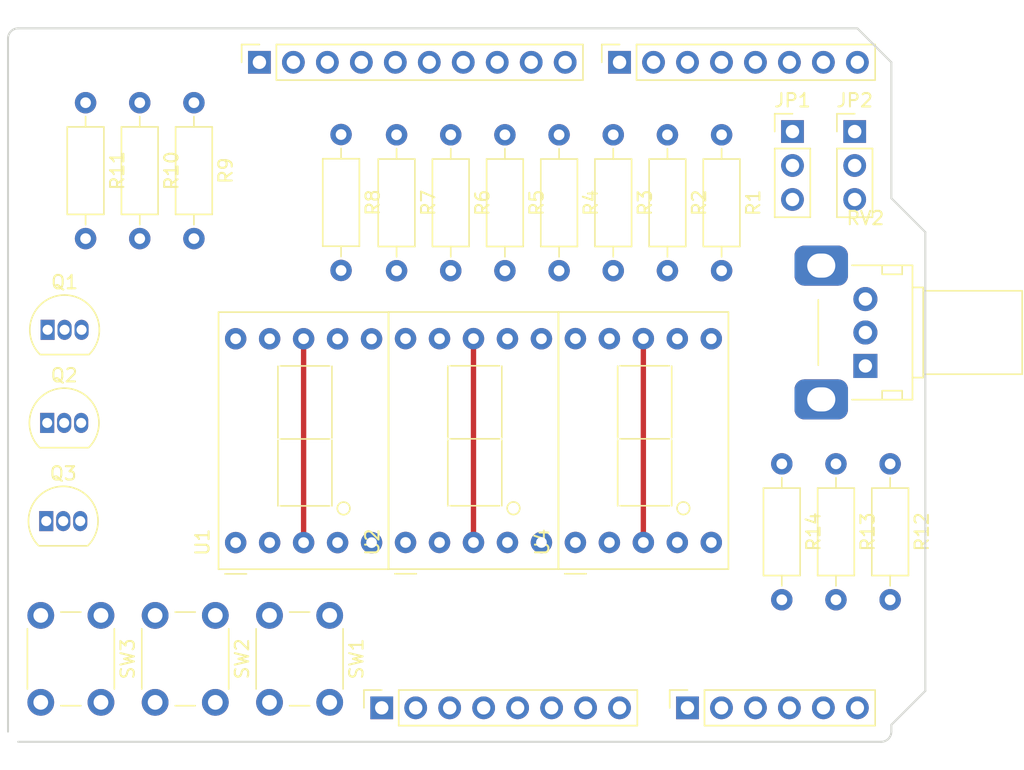
<source format=kicad_pcb>
(kicad_pcb (version 20240108) (generator "pcbnew") (generator_version "8.0")
  (title_block (date "mar. 31 mars 2015"))
  (layers (0 "F.Cu" signal) (31 "B.Cu" signal) (34 "B.Paste" user) (35 "F.Paste" user) (36 "B.SilkS" user "B.Silkscreen") (37 "F.SilkS" user "F.Silkscreen") (38 "B.Mask" user) (39 "F.Mask" user) (44 "Edge.Cuts" user))
  (net 0 "")
  (net 1 "GND")
  (net 3 "+5V")
  (net 4 "/IOREF")
  (net 5 "/A0")
  (net 6 "/A1")
  (net 7 "/A2")
  (net 8 "/A3")
  (net 9 "/SDA{slash}A4")
  (net 10 "/SCL{slash}A5")
  (net 11 "/13")
  (net 12 "/*11")
  (net 13 "/AREF")
  (net 14 "/8")
  (net 15 "/7")
  (net 16 "/12")
  (net 17 "/*10")
  (net 18 "/*9")
  (net 19 "/4")
  (net 20 "/2")
  (net 21 "/*6")
  (net 22 "/*5")
  (net 23 "Net-(J4-Pin_8)")
  (net 24 "/*3")
  (net 25 "/RX{slash}0")
  (net 26 "+3V3")
  (net 27 "VCC")
  (net 28 "/~{RESET}")
  (net 29 "Net-(JP1-C)")
  (net 30 "Net-(JP2-C)")
  (net 31 "Net-(Q1-B)")
  (net 32 "Net-(Q1-C)")
  (net 33 "Net-(Q2-C)")
  (net 34 "Net-(Q2-B)")
  (net 35 "Net-(Q3-C)")
  (net 36 "Net-(Q3-B)")
  (net 37 "/R1")
  (net 38 "/R2")
  (net 39 "/R3")
  (net 40 "/R4")
  (net 41 "/R5")
  (net 42 "/R6")
  (net 43 "/R7")
  (net 44 "/R8")
  (footprint "Connector_PinSocket_2.54mm:PinSocket_1x08_P2.54mm_Vertical" (layer "F.Cu") (at 127.94 97.46 90)
    (property "Reference" "J1" (hide yes))
    (property "Value" "Power")
    (fp_line (start 1.33 -1.33) (end 1.33 0) (stroke (width 0.12)) (layer "F.SilkS"))
    (fp_line (start 0 -1.33) (end 1.33 -1.33) (stroke (width 0.12)) (layer "F.SilkS"))
    (fp_line (start 1.33 1.27) (end 1.33 19.11) (stroke (width 0.12)) (layer "F.SilkS"))
    (fp_line (start -1.33 1.27) (end 1.33 1.27) (stroke (width 0.12)) (layer "F.SilkS"))
    (fp_line (start -1.33 1.27) (end -1.33 19.11) (stroke (width 0.12)) (layer "F.SilkS"))
    (fp_line (start -1.33 19.11) (end 1.33 19.11) (stroke (width 0.12)) (layer "F.SilkS"))
    (pad "1" thru_hole rect (at 0 0 90) (size 1.7 1.7) (drill 1) (layers "*.Cu" "*.Mask"))
    (pad "2" thru_hole oval (at 0 2.54 90) (size 1.7 1.7) (drill 1) (layers "*.Cu" "*.Mask") (net 4 "/IOREF"))
    (pad "3" thru_hole oval (at 0 5.08 90) (size 1.7 1.7) (drill 1) (layers "*.Cu" "*.Mask") (net 28 "/~{RESET}"))
    (pad "4" thru_hole oval (at 0 7.62 90) (size 1.7 1.7) (drill 1) (layers "*.Cu" "*.Mask") (net 26 "+3V3"))
    (pad "5" thru_hole oval (at 0 10.16 90) (size 1.7 1.7) (drill 1) (layers "*.Cu" "*.Mask") (net 3 "+5V"))
    (pad "6" thru_hole oval (at 0 12.7 90) (size 1.7 1.7) (drill 1) (layers "*.Cu" "*.Mask") (net 1 "GND"))
    (pad "7" thru_hole oval (at 0 15.24 90) (size 1.7 1.7) (drill 1) (layers "*.Cu" "*.Mask") (net 1 "GND"))
    (pad "8" thru_hole oval (at 0 17.78 90) (size 1.7 1.7) (drill 1) (layers "*.Cu" "*.Mask") (net 27 "VCC"))
  )
  (footprint "Connector_PinSocket_2.54mm:PinSocket_1x06_P2.54mm_Vertical" (layer "F.Cu") (at 150.8 97.46 90)
    (property "Reference" "J3" (hide yes))
    (property "Value" "Analog")
    (fp_line (start 1.33 -1.33) (end 1.33 0) (stroke (width 0.12)) (layer "F.SilkS"))
    (fp_line (start 0 -1.33) (end 1.33 -1.33) (stroke (width 0.12)) (layer "F.SilkS"))
    (fp_line (start 1.33 1.27) (end 1.33 14.03) (stroke (width 0.12)) (layer "F.SilkS"))
    (fp_line (start -1.33 1.27) (end 1.33 1.27) (stroke (width 0.12)) (layer "F.SilkS"))
    (fp_line (start -1.33 1.27) (end -1.33 14.03) (stroke (width 0.12)) (layer "F.SilkS"))
    (fp_line (start -1.33 14.03) (end 1.33 14.03) (stroke (width 0.12)) (layer "F.SilkS"))
    (pad "1" thru_hole rect (at 0 0 90) (size 1.7 1.7) (drill 1) (layers "*.Cu" "*.Mask") (net 5 "/A0"))
    (pad "2" thru_hole oval (at 0 2.54 90) (size 1.7 1.7) (drill 1) (layers "*.Cu" "*.Mask") (net 6 "/A1"))
    (pad "3" thru_hole oval (at 0 5.08 90) (size 1.7 1.7) (drill 1) (layers "*.Cu" "*.Mask") (net 7 "/A2"))
    (pad "4" thru_hole oval (at 0 7.62 90) (size 1.7 1.7) (drill 1) (layers "*.Cu" "*.Mask") (net 8 "/A3"))
    (pad "5" thru_hole oval (at 0 10.16 90) (size 1.7 1.7) (drill 1) (layers "*.Cu" "*.Mask") (net 9 "/SDA{slash}A4"))
    (pad "6" thru_hole oval (at 0 12.7 90) (size 1.7 1.7) (drill 1) (layers "*.Cu" "*.Mask") (net 10 "/SCL{slash}A5"))
  )
  (footprint "Connector_PinSocket_2.54mm:PinSocket_1x10_P2.54mm_Vertical" (layer "F.Cu") (at 118.796 49.2 90)
    (property "Reference" "J2" (hide yes))
    (property "Value" "Digital/PWM")
    (fp_line (start 1.33 -1.33) (end 1.33 0) (stroke (width 0.12)) (layer "F.SilkS"))
    (fp_line (start 0 -1.33) (end 1.33 -1.33) (stroke (width 0.12)) (layer "F.SilkS"))
    (fp_line (start 1.33 1.27) (end 1.33 24.19) (stroke (width 0.12)) (layer "F.SilkS"))
    (fp_line (start -1.33 1.27) (end 1.33 1.27) (stroke (width 0.12)) (layer "F.SilkS"))
    (fp_line (start -1.33 1.27) (end -1.33 24.19) (stroke (width 0.12)) (layer "F.SilkS"))
    (fp_line (start -1.33 24.19) (end 1.33 24.19) (stroke (width 0.12)) (layer "F.SilkS"))
    (pad "1" thru_hole rect (at 0 0 90) (size 1.7 1.7) (drill 1) (layers "*.Cu" "*.Mask") (net 10 "/SCL{slash}A5"))
    (pad "2" thru_hole oval (at 0 2.54 90) (size 1.7 1.7) (drill 1) (layers "*.Cu" "*.Mask") (net 9 "/SDA{slash}A4"))
    (pad "3" thru_hole oval (at 0 5.08 90) (size 1.7 1.7) (drill 1) (layers "*.Cu" "*.Mask") (net 13 "/AREF"))
    (pad "4" thru_hole oval (at 0 7.62 90) (size 1.7 1.7) (drill 1) (layers "*.Cu" "*.Mask") (net 1 "GND"))
    (pad "5" thru_hole oval (at 0 10.16 90) (size 1.7 1.7) (drill 1) (layers "*.Cu" "*.Mask") (net 11 "/13"))
    (pad "6" thru_hole oval (at 0 12.7 90) (size 1.7 1.7) (drill 1) (layers "*.Cu" "*.Mask") (net 16 "/12"))
    (pad "7" thru_hole oval (at 0 15.24 90) (size 1.7 1.7) (drill 1) (layers "*.Cu" "*.Mask") (net 12 "/*11"))
    (pad "8" thru_hole oval (at 0 17.78 90) (size 1.7 1.7) (drill 1) (layers "*.Cu" "*.Mask") (net 17 "/*10"))
    (pad "9" thru_hole oval (at 0 20.32 90) (size 1.7 1.7) (drill 1) (layers "*.Cu" "*.Mask") (net 18 "/*9"))
    (pad "10" thru_hole oval (at 0 22.86 90) (size 1.7 1.7) (drill 1) (layers "*.Cu" "*.Mask") (net 14 "/8"))
  )
  (footprint "Connector_PinSocket_2.54mm:PinSocket_1x08_P2.54mm_Vertical" (layer "F.Cu") (at 145.72 49.2 90)
    (property "Reference" "J4" (hide yes))
    (property "Value" "Digital/PWM")
    (fp_line (start 1.33 -1.33) (end 1.33 0) (stroke (width 0.12)) (layer "F.SilkS"))
    (fp_line (start 0 -1.33) (end 1.33 -1.33) (stroke (width 0.12)) (layer "F.SilkS"))
    (fp_line (start 1.33 1.27) (end 1.33 19.11) (stroke (width 0.12)) (layer "F.SilkS"))
    (fp_line (start -1.33 1.27) (end 1.33 1.27) (stroke (width 0.12)) (layer "F.SilkS"))
    (fp_line (start -1.33 1.27) (end -1.33 19.11) (stroke (width 0.12)) (layer "F.SilkS"))
    (fp_line (start -1.33 19.11) (end 1.33 19.11) (stroke (width 0.12)) (layer "F.SilkS"))
    (pad "1" thru_hole rect (at 0 0 90) (size 1.7 1.7) (drill 1) (layers "*.Cu" "*.Mask") (net 15 "/7"))
    (pad "2" thru_hole oval (at 0 2.54 90) (size 1.7 1.7) (drill 1) (layers "*.Cu" "*.Mask") (net 21 "/*6"))
    (pad "3" thru_hole oval (at 0 5.08 90) (size 1.7 1.7) (drill 1) (layers "*.Cu" "*.Mask") (net 22 "/*5"))
    (pad "4" thru_hole oval (at 0 7.62 90) (size 1.7 1.7) (drill 1) (layers "*.Cu" "*.Mask") (net 19 "/4"))
    (pad "5" thru_hole oval (at 0 10.16 90) (size 1.7 1.7) (drill 1) (layers "*.Cu" "*.Mask") (net 24 "/*3"))
    (pad "6" thru_hole oval (at 0 12.7 90) (size 1.7 1.7) (drill 1) (layers "*.Cu" "*.Mask") (net 20 "/2"))
    (pad "7" thru_hole oval (at 0 15.24 90) (size 1.7 1.7) (drill 1) (layers "*.Cu" "*.Mask") (net 25 "/RX{slash}0"))
    (pad "8" thru_hole oval (at 0 17.78 90) (size 1.7 1.7) (drill 1) (layers "*.Cu" "*.Mask") (net 23 "Net-(J4-Pin_8)"))
  )
  (footprint "Resistor_THT:R_Axial_DIN0207_L6.3mm_D2.5mm_P10.16mm_Horizontal" (layer "F.Cu") (at 157.85 79.22 -90)
    (property "Reference" "R14" (at 5.08 -2.37 90) (layer "F.SilkS"))
    (property "Value" "R")
    (fp_line (start 1.81 1.37) (end 8.35 1.37) (stroke (width 0.12)) (layer "F.SilkS"))
    (fp_line (start 8.35 1.37) (end 8.35 -1.37) (stroke (width 0.12)) (layer "F.SilkS"))
    (fp_line (start 1.04 0) (end 1.81 0) (stroke (width 0.12)) (layer "F.SilkS"))
    (fp_line (start 9.12 0) (end 8.35 0) (stroke (width 0.12)) (layer "F.SilkS"))
    (fp_line (start 1.81 -1.37) (end 1.81 1.37) (stroke (width 0.12)) (layer "F.SilkS"))
    (fp_line (start 8.35 -1.37) (end 1.81 -1.37) (stroke (width 0.12)) (layer "F.SilkS"))
    (pad "1" thru_hole circle (at 0 0 270) (size 1.6 1.6) (drill 0.8) (layers "*.Cu" "*.Mask") (net 1 "GND"))
    (pad "2" thru_hole oval (at 10.16 0 270) (size 1.6 1.6) (drill 0.8) (layers "*.Cu" "*.Mask") (net 8 "/A3"))
  )
  (footprint "Resistor_THT:R_Axial_DIN0207_L6.3mm_D2.5mm_P10.16mm_Horizontal" (layer "F.Cu") (at 113.9 52.22 -90)
    (property "Reference" "R9" (at 5.08 -2.37 90) (layer "F.SilkS"))
    (property "Value" "R")
    (fp_line (start 1.81 1.37) (end 8.35 1.37) (stroke (width 0.12)) (layer "F.SilkS"))
    (fp_line (start 8.35 1.37) (end 8.35 -1.37) (stroke (width 0.12)) (layer "F.SilkS"))
    (fp_line (start 1.04 0) (end 1.81 0) (stroke (width 0.12)) (layer "F.SilkS"))
    (fp_line (start 9.12 0) (end 8.35 0) (stroke (width 0.12)) (layer "F.SilkS"))
    (fp_line (start 1.81 -1.37) (end 1.81 1.37) (stroke (width 0.12)) (layer "F.SilkS"))
    (fp_line (start 8.35 -1.37) (end 1.81 -1.37) (stroke (width 0.12)) (layer "F.SilkS"))
    (pad "1" thru_hole circle (at 0 0 270) (size 1.6 1.6) (drill 0.8) (layers "*.Cu" "*.Mask") (net 14 "/8"))
    (pad "2" thru_hole oval (at 10.16 0 270) (size 1.6 1.6) (drill 0.8) (layers "*.Cu" "*.Mask") (net 31 "Net-(Q1-B)"))
  )
  (footprint "Resistor_THT:R_Axial_DIN0207_L6.3mm_D2.5mm_P10.16mm_Horizontal" (layer "F.Cu") (at 149.3 54.62 -90)
    (property "Reference" "R2" (at 5.08 -2.37 90) (layer "F.SilkS"))
    (property "Value" "R")
    (fp_line (start 1.81 1.37) (end 8.35 1.37) (stroke (width 0.12)) (layer "F.SilkS"))
    (fp_line (start 8.35 1.37) (end 8.35 -1.37) (stroke (width 0.12)) (layer "F.SilkS"))
    (fp_line (start 1.04 0) (end 1.81 0) (stroke (width 0.12)) (layer "F.SilkS"))
    (fp_line (start 9.12 0) (end 8.35 0) (stroke (width 0.12)) (layer "F.SilkS"))
    (fp_line (start 1.81 -1.37) (end 1.81 1.37) (stroke (width 0.12)) (layer "F.SilkS"))
    (fp_line (start 8.35 -1.37) (end 1.81 -1.37) (stroke (width 0.12)) (layer "F.SilkS"))
    (pad "1" thru_hole circle (at 0 0 270) (size 1.6 1.6) (drill 0.8) (layers "*.Cu" "*.Mask") (net 29 "Net-(JP1-C)"))
    (pad "2" thru_hole oval (at 10.16 0 270) (size 1.6 1.6) (drill 0.8) (layers "*.Cu" "*.Mask") (net 38 "/R2"))
  )
  (footprint "Package_TO_SOT_THT:TO-92_Inline" (layer "F.Cu") (at 102.93 76.16)
    (property "Reference" "Q2" (at 1.27 -3.56 360) (layer "F.SilkS"))
    (property "Value" "BC548")
    (fp_line (start -0.53 1.85) (end 3.07 1.85) (stroke (width 0.12)) (layer "F.SilkS"))
    (fp_arc (start -0.568478 1.838478) (mid -1.132087 -0.994977) (end 1.27 -2.6) (stroke (width 0.12)) (layer "F.SilkS"))
    (fp_arc (start 1.27 -2.6) (mid 3.672087 -0.994977) (end 3.108478 1.838478) (stroke (width 0.12)) (layer "F.SilkS"))
    (pad "1" thru_hole rect (at 0 0) (size 1.05 1.5) (drill 0.75) (layers "*.Cu" "*.Mask") (net 33 "Net-(Q2-C)"))
    (pad "2" thru_hole oval (at 1.27 0) (size 1.05 1.5) (drill 0.75) (layers "*.Cu" "*.Mask") (net 34 "Net-(Q2-B)"))
    (pad "3" thru_hole oval (at 2.54 0) (size 1.05 1.5) (drill 0.75) (layers "*.Cu" "*.Mask") (net 1 "GND"))
  )
  (footprint "Potentiometer_THT:Potentiometer_Alps_RK09K_Single_Horizontal" (layer "F.Cu") (at 164.1 71.9 180)
    (property "Reference" "RV2" (at 0 11.05 360) (layer "F.SilkS"))
    (property "Value" "R_Potentiometer")
    (fp_line (start 3.52 4.944) (end 3.52 0.055) (stroke (width 0.12)) (layer "F.SilkS"))
    (fp_line (start 1 7.521) (end -1.25 7.521) (stroke (width 0.12)) (layer "F.SilkS"))
    (fp_line (start -1.25 -2.52) (end 1 -2.52) (stroke (width 0.12)) (layer "F.SilkS"))
    (fp_line (start -2.75 7.521) (end -3.52 7.521) (stroke (width 0.12)) (layer "F.SilkS"))
    (fp_line (start -2.75 -2.52) (end -3.52 -2.52) (stroke (width 0.12)) (layer "F.SilkS"))
    (fp_line (start -3.52 7.521) (end -3.52 -2.52) (stroke (width 0.12)) (layer "F.SilkS"))
    (fp_line (start -3.52 5.87) (end -4.32 5.87) (stroke (width 0.12)) (layer "F.SilkS"))
    (fp_line (start -3.52 -0.87) (end -4.32 -0.87) (stroke (width 0.12)) (layer "F.SilkS"))
    (fp_line (start -4.32 5.87) (end -4.32 -0.87) (stroke (width 0.12)) (layer "F.SilkS"))
    (fp_line (start -4.32 5.62) (end -11.72 5.62) (stroke (width 0.12)) (layer "F.SilkS"))
    (fp_line (start -4.32 -0.62) (end -11.72 -0.62) (stroke (width 0.12)) (layer "F.SilkS"))
    (fp_line (start -11.72 5.62) (end -11.72 -0.62) (stroke (width 0.12)) (layer "F.SilkS"))
    (fp_rect (start -2.75 6.85) (end -1.25 7.521) (stroke (width 0.12)) (fill none) (layer "F.SilkS"))
    (fp_rect (start -2.75 -2.52) (end -1.25 -1.85) (stroke (width 0.12)) (fill none) (layer "F.SilkS"))
    (pad "1" thru_hole rect (at 0 0) (size 1.8 1.8) (drill 1) (layers "*.Cu" "*.Mask") (net 3 "+5V"))
    (pad "2" thru_hole circle (at 0 2.5) (size 1.8 1.8) (drill 1) (layers "*.Cu" "*.Mask") (net 5 "/A0"))
    (pad "3" thru_hole circle (at 0 5) (size 1.8 1.8) (drill 1) (layers "*.Cu" "*.Mask") (net 1 "GND"))
    (pad "MP" thru_hole roundrect (at 3.3 -2.5) (size 4 3) (drill oval 2.1 1.8) (layers "*.Cu" "*.Mask"))
    (pad "MP" thru_hole roundrect (at 3.3 7.5) (size 4 3) (drill oval 2.1 1.8) (layers "*.Cu" "*.Mask"))
  )
  (footprint "Resistor_THT:R_Axial_DIN0207_L6.3mm_D2.5mm_P10.16mm_Horizontal" (layer "F.Cu") (at 129.05 54.62 -90)
    (property "Reference" "R7" (at 5.08 -2.37 90) (layer "F.SilkS"))
    (property "Value" "R")
    (fp_line (start 1.81 1.37) (end 8.35 1.37) (stroke (width 0.12)) (layer "F.SilkS"))
    (fp_line (start 8.35 1.37) (end 8.35 -1.37) (stroke (width 0.12)) (layer "F.SilkS"))
    (fp_line (start 1.04 0) (end 1.81 0) (stroke (width 0.12)) (layer "F.SilkS"))
    (fp_line (start 9.12 0) (end 8.35 0) (stroke (width 0.12)) (layer "F.SilkS"))
    (fp_line (start 1.81 -1.37) (end 1.81 1.37) (stroke (width 0.12)) (layer "F.SilkS"))
    (fp_line (start 8.35 -1.37) (end 1.81 -1.37) (stroke (width 0.12)) (layer "F.SilkS"))
    (pad "1" thru_hole circle (at 0 0 270) (size 1.6 1.6) (drill 0.8) (layers "*.Cu" "*.Mask") (net 21 "/*6"))
    (pad "2" thru_hole oval (at 10.16 0 270) (size 1.6 1.6) (drill 0.8) (layers "*.Cu" "*.Mask") (net 43 "/R7"))
  )
  (footprint "Button_Switch_THT:SW_PUSH_6mm_H4.3mm" (layer "F.Cu") (at 124.05 90.55 -90)
    (property "Reference" "SW1" (at 3.25 -2 90) (layer "F.SilkS"))
    (property "Value" "SW_Push")
    (fp_line (start 1 5.5) (end 5.5 5.5) (stroke (width 0.12)) (layer "F.SilkS"))
    (fp_line (start 6.75 3) (end 6.75 1.5) (stroke (width 0.12)) (layer "F.SilkS"))
    (fp_line (start -0.25 1.5) (end -0.25 3) (stroke (width 0.12)) (layer "F.SilkS"))
    (fp_line (start 5.5 -1) (end 1 -1) (stroke (width 0.12)) (layer "F.SilkS"))
    (pad "1" thru_hole circle (at 0 0) (size 2 2) (drill 1.1) (layers "*.Cu" "*.Mask") (net 3 "+5V"))
    (pad "1" thru_hole circle (at 6.5 0) (size 2 2) (drill 1.1) (layers "*.Cu" "*.Mask") (net 3 "+5V"))
    (pad "2" thru_hole circle (at 0 4.5) (size 2 2) (drill 1.1) (layers "*.Cu" "*.Mask") (net 10 "/SCL{slash}A5"))
    (pad "2" thru_hole circle (at 6.5 4.5) (size 2 2) (drill 1.1) (layers "*.Cu" "*.Mask") (net 10 "/SCL{slash}A5"))
  )
  (footprint "Resistor_THT:R_Axial_DIN0207_L6.3mm_D2.5mm_P10.16mm_Horizontal" (layer "F.Cu") (at 137.15 54.62 -90)
    (property "Reference" "R5" (at 5.08 -2.37 90) (layer "F.SilkS"))
    (property "Value" "R")
    (fp_line (start 1.81 1.37) (end 8.35 1.37) (stroke (width 0.12)) (layer "F.SilkS"))
    (fp_line (start 8.35 1.37) (end 8.35 -1.37) (stroke (width 0.12)) (layer "F.SilkS"))
    (fp_line (start 1.04 0) (end 1.81 0) (stroke (width 0.12)) (layer "F.SilkS"))
    (fp_line (start 9.12 0) (end 8.35 0) (stroke (width 0.12)) (layer "F.SilkS"))
    (fp_line (start 1.81 -1.37) (end 1.81 1.37) (stroke (width 0.12)) (layer "F.SilkS"))
    (fp_line (start 8.35 -1.37) (end 1.81 -1.37) (stroke (width 0.12)) (layer "F.SilkS"))
    (pad "1" thru_hole circle (at 0 0 270) (size 1.6 1.6) (drill 0.8) (layers "*.Cu" "*.Mask") (net 19 "/4"))
    (pad "2" thru_hole oval (at 10.16 0 270) (size 1.6 1.6) (drill 0.8) (layers "*.Cu" "*.Mask") (net 41 "/R5"))
  )
  (footprint "Resistor_THT:R_Axial_DIN0207_L6.3mm_D2.5mm_P10.16mm_Horizontal" (layer "F.Cu") (at 133.1 54.62 -90)
    (property "Reference" "R6" (at 5.08 -2.37 90) (layer "F.SilkS"))
    (property "Value" "R")
    (fp_line (start 1.81 1.37) (end 8.35 1.37) (stroke (width 0.12)) (layer "F.SilkS"))
    (fp_line (start 8.35 1.37) (end 8.35 -1.37) (stroke (width 0.12)) (layer "F.SilkS"))
    (fp_line (start 1.04 0) (end 1.81 0) (stroke (width 0.12)) (layer "F.SilkS"))
    (fp_line (start 9.12 0) (end 8.35 0) (stroke (width 0.12)) (layer "F.SilkS"))
    (fp_line (start 1.81 -1.37) (end 1.81 1.37) (stroke (width 0.12)) (layer "F.SilkS"))
    (fp_line (start 8.35 -1.37) (end 1.81 -1.37) (stroke (width 0.12)) (layer "F.SilkS"))
    (pad "1" thru_hole circle (at 0 0 270) (size 1.6 1.6) (drill 0.8) (layers "*.Cu" "*.Mask") (net 22 "/*5"))
    (pad "2" thru_hole oval (at 10.16 0 270) (size 1.6 1.6) (drill 0.8) (layers "*.Cu" "*.Mask") (net 42 "/R6"))
  )
  (footprint "Display_Mod:D1X8K-comun-medio" (layer "F.Cu") (at 129.72 85.0975 90)
    (property "Reference" "U2" (at 0.03 -2.48 90) (layer "F.SilkS"))
    (property "Value" "HDSP-7501")
    (fp_line (start 17.23 -1.28) (end -1.99 -1.28) (stroke (width 0.12)) (layer "F.SilkS"))
    (fp_line (start 17.23 -1.28) (end 17.23 11.44) (stroke (width 0.12)) (layer "F.SilkS"))
    (fp_line (start -1.99 -1.28) (end -1.99 11.44) (stroke (width 0.12)) (layer "F.SilkS"))
    (fp_line (start -2.34 -0.8) (end -2.34 0.81) (stroke (width 0.12)) (layer "F.SilkS"))
    (fp_line (start 13.1832 3.1594) (end 7.8238 3.1594) (stroke (width 0.12)) (layer "F.SilkS"))
    (fp_line (start 7.646 3.1594) (end 2.7438 3.1594) (stroke (width 0.12)) (layer "F.SilkS"))
    (fp_line (start 13.2086 3.3372) (end 13.2086 7.0202) (stroke (width 0.12)) (layer "F.SilkS"))
    (fp_line (start 7.7476 3.3372) (end 7.7476 7.0202) (stroke (width 0.12)) (layer "F.SilkS"))
    (fp_line (start 2.7438 3.3372) (end 2.7438 7.0202) (stroke (width 0.12)) (layer "F.SilkS"))
    (fp_line (start 13.1832 7.198) (end 7.8238 7.198) (stroke (width 0.12)) (layer "F.SilkS"))
    (fp_line (start 7.646 7.198) (end 2.7438 7.198) (stroke (width 0.12)) (layer "F.SilkS"))
    (fp_line (start 17.23 11.44) (end -1.99 11.44) (stroke (width 0.12)) (layer "F.SilkS"))
    (fp_circle (center 2.557533 8.07) (end 2.836933 7.689) (stroke (width 0.12)) (fill none) (layer "F.SilkS"))
    (pad "1" thru_hole circle (at 0 5.08) (size 1.6 1.6) (drill 0.8) (layers "*.Cu" "*.Mask") (net 35 "Net-(Q3-C)"))
    (pad "2" thru_hole circle (at 0 2.54) (size 1.6 1.6) (drill 0.8) (layers "*.Cu" "*.Mask") (net 39 "/R3"))
    (pad "3" thru_hole circle (at 0 0) (size 1.6 1.6) (drill 0.8) (layers "*.Cu" "*.Mask") (net 40 "/R4"))
    (pad "4" thru_hole circle (at 0 7.62) (size 1.6 1.6) (drill 0.8) (layers "*.Cu" "*.Mask") (net 38 "/R2"))
    (pad "5" thru_hole circle (at 0 10.16) (size 1.6 1.6) (drill 0.8) (layers "*.Cu" "*.Mask") (net 37 "/R1"))
    (pad "6" thru_hole circle (at 15.24 5.08) (size 1.6 1.6) (drill 0.8) (layers "*.Cu" "*.Mask") (net 35 "Net-(Q3-C)"))
    (pad "7" thru_hole circle (at 15.23 7.62) (size 1.6 1.6) (drill 0.8) (layers "*.Cu" "*.Mask") (net 42 "/R6"))
    (pad "8" thru_hole circle (at 15.23 10.16) (size 1.6 1.6) (drill 0.8) (layers "*.Cu" "*.Mask") (net 41 "/R5"))
    (pad "9" thru_hole circle (at 15.24 2.54) (size 1.6 1.6) (drill 0.8) (layers "*.Cu" "*.Mask") (net 43 "/R7"))
    (pad "10" thru_hole circle (at 15.24 0) (size 1.6 1.6) (drill 0.8) (layers "*.Cu" "*.Mask") (net 44 "/R8"))
  )
  (footprint "Resistor_THT:R_Axial_DIN0207_L6.3mm_D2.5mm_P10.16mm_Horizontal" (layer "F.Cu") (at 165.95 79.22 -90)
    (property "Reference" "R12" (at 5.08 -2.37 90) (layer "F.SilkS"))
    (property "Value" "R")
    (fp_line (start 1.81 1.37) (end 8.35 1.37) (stroke (width 0.12)) (layer "F.SilkS"))
    (fp_line (start 8.35 1.37) (end 8.35 -1.37) (stroke (width 0.12)) (layer "F.SilkS"))
    (fp_line (start 1.04 0) (end 1.81 0) (stroke (width 0.12)) (layer "F.SilkS"))
    (fp_line (start 9.12 0) (end 8.35 0) (stroke (width 0.12)) (layer "F.SilkS"))
    (fp_line (start 1.81 -1.37) (end 1.81 1.37) (stroke (width 0.12)) (layer "F.SilkS"))
    (fp_line (start 8.35 -1.37) (end 1.81 -1.37) (stroke (width 0.12)) (layer "F.SilkS"))
    (pad "1" thru_hole circle (at 0 0 270) (size 1.6 1.6) (drill 0.8) (layers "*.Cu" "*.Mask") (net 1 "GND"))
    (pad "2" thru_hole oval (at 10.16 0 270) (size 1.6 1.6) (drill 0.8) (layers "*.Cu" "*.Mask") (net 10 "/SCL{slash}A5"))
  )
  (footprint "Resistor_THT:R_Axial_DIN0207_L6.3mm_D2.5mm_P10.16mm_Horizontal" (layer "F.Cu") (at 124.9 54.6 -90)
    (property "Reference" "R8" (at 5.08 -2.37 90) (layer "F.SilkS"))
    (property "Value" "R")
    (fp_line (start 1.81 1.37) (end 8.35 1.37) (stroke (width 0.12)) (layer "F.SilkS"))
    (fp_line (start 8.35 1.37) (end 8.35 -1.37) (stroke (width 0.12)) (layer "F.SilkS"))
    (fp_line (start 1.04 0) (end 1.81 0) (stroke (width 0.12)) (layer "F.SilkS"))
    (fp_line (start 9.12 0) (end 8.35 0) (stroke (width 0.12)) (layer "F.SilkS"))
    (fp_line (start 1.81 -1.37) (end 1.81 1.37) (stroke (width 0.12)) (layer "F.SilkS"))
    (fp_line (start 8.35 -1.37) (end 1.81 -1.37) (stroke (width 0.12)) (layer "F.SilkS"))
    (pad "1" thru_hole circle (at 0 0 270) (size 1.6 1.6) (drill 0.8) (layers "*.Cu" "*.Mask") (net 15 "/7"))
    (pad "2" thru_hole oval (at 10.16 0 270) (size 1.6 1.6) (drill 0.8) (layers "*.Cu" "*.Mask") (net 44 "/R8"))
  )
  (footprint "Resistor_THT:R_Axial_DIN0207_L6.3mm_D2.5mm_P10.16mm_Horizontal" (layer "F.Cu") (at 153.35 54.62 -90)
    (property "Reference" "R1" (at 5.08 -2.37 90) (layer "F.SilkS"))
    (property "Value" "R")
    (fp_line (start 1.81 1.37) (end 8.35 1.37) (stroke (width 0.12)) (layer "F.SilkS"))
    (fp_line (start 8.35 1.37) (end 8.35 -1.37) (stroke (width 0.12)) (layer "F.SilkS"))
    (fp_line (start 1.04 0) (end 1.81 0) (stroke (width 0.12)) (layer "F.SilkS"))
    (fp_line (start 9.12 0) (end 8.35 0) (stroke (width 0.12)) (layer "F.SilkS"))
    (fp_line (start 1.81 -1.37) (end 1.81 1.37) (stroke (width 0.12)) (layer "F.SilkS"))
    (fp_line (start 8.35 -1.37) (end 1.81 -1.37) (stroke (width 0.12)) (layer "F.SilkS"))
    (pad "1" thru_hole circle (at 0 0 270) (size 1.6 1.6) (drill 0.8) (layers "*.Cu" "*.Mask") (net 30 "Net-(JP2-C)"))
    (pad "2" thru_hole oval (at 10.16 0 270) (size 1.6 1.6) (drill 0.8) (layers "*.Cu" "*.Mask") (net 37 "/R1"))
  )
  (footprint "Button_Switch_THT:SW_PUSH_6mm_H4.3mm" (layer "F.Cu") (at 115.5 90.55 -90)
    (property "Reference" "SW2" (at 3.25 -2 90) (layer "F.SilkS"))
    (property "Value" "SW_Push")
    (fp_line (start 1 5.5) (end 5.5 5.5) (stroke (width 0.12)) (layer "F.SilkS"))
    (fp_line (start 6.75 3) (end 6.75 1.5) (stroke (width 0.12)) (layer "F.SilkS"))
    (fp_line (start -0.25 1.5) (end -0.25 3) (stroke (width 0.12)) (layer "F.SilkS"))
    (fp_line (start 5.5 -1) (end 1 -1) (stroke (width 0.12)) (layer "F.SilkS"))
    (pad "1" thru_hole circle (at 0 0) (size 2 2) (drill 1.1) (layers "*.Cu" "*.Mask") (net 3 "+5V"))
    (pad "1" thru_hole circle (at 6.5 0) (size 2 2) (drill 1.1) (layers "*.Cu" "*.Mask") (net 3 "+5V"))
    (pad "2" thru_hole circle (at 0 4.5) (size 2 2) (drill 1.1) (layers "*.Cu" "*.Mask") (net 9 "/SDA{slash}A4"))
    (pad "2" thru_hole circle (at 6.5 4.5) (size 2 2) (drill 1.1) (layers "*.Cu" "*.Mask") (net 9 "/SDA{slash}A4"))
  )
  (footprint "Connector_PinHeader_2.54mm:PinHeader_1x03_P2.54mm_Vertical" (layer "F.Cu") (at 163.3 54.375)
    (property "Reference" "JP2" (at 0 -2.33 0) (layer "F.SilkS"))
    (property "Value" "Jumper_3_Open")
    (fp_line (start -1.33 -1.33) (end 0 -1.33) (stroke (width 0.12)) (layer "F.SilkS"))
    (fp_line (start -1.33 0) (end -1.33 -1.33) (stroke (width 0.12)) (layer "F.SilkS"))
    (fp_line (start -1.33 1.27) (end -1.33 6.41) (stroke (width 0.12)) (layer "F.SilkS"))
    (fp_line (start -1.33 1.27) (end 1.33 1.27) (stroke (width 0.12)) (layer "F.SilkS"))
    (fp_line (start -1.33 6.41) (end 1.33 6.41) (stroke (width 0.12)) (layer "F.SilkS"))
    (fp_line (start 1.33 1.27) (end 1.33 6.41) (stroke (width 0.12)) (layer "F.SilkS"))
    (pad "1" thru_hole rect (at 0 0) (size 1.7 1.7) (drill 1) (layers "*.Cu" "*.Mask") (net 23 "Net-(J4-Pin_8)"))
    (pad "2" thru_hole oval (at 0 2.54) (size 1.7 1.7) (drill 1) (layers "*.Cu" "*.Mask") (net 30 "Net-(JP2-C)"))
    (pad "3" thru_hole oval (at 0 5.08) (size 1.7 1.7) (drill 1) (layers "*.Cu" "*.Mask") (net 12 "/*11"))
  )
  (footprint "Package_TO_SOT_THT:TO-92_Inline" (layer "F.Cu") (at 102.86 83.5)
    (property "Reference" "Q3" (at 1.27 -3.56 0) (layer "F.SilkS"))
    (property "Value" "BC548")
    (fp_line (start -0.53 1.85) (end 3.07 1.85) (stroke (width 0.12)) (layer "F.SilkS"))
    (fp_arc (start -0.568478 1.838478) (mid -1.132087 -0.994977) (end 1.27 -2.6) (stroke (width 0.12)) (layer "F.SilkS"))
    (fp_arc (start 1.27 -2.6) (mid 3.672087 -0.994977) (end 3.108478 1.838478) (stroke (width 0.12)) (layer "F.SilkS"))
    (pad "1" thru_hole rect (at 0 0) (size 1.05 1.5) (drill 0.75) (layers "*.Cu" "*.Mask") (net 35 "Net-(Q3-C)"))
    (pad "2" thru_hole oval (at 1.27 0) (size 1.05 1.5) (drill 0.75) (layers "*.Cu" "*.Mask") (net 36 "Net-(Q3-B)"))
    (pad "3" thru_hole oval (at 2.54 0) (size 1.05 1.5) (drill 0.75) (layers "*.Cu" "*.Mask") (net 1 "GND"))
  )
  (footprint "Resistor_THT:R_Axial_DIN0207_L6.3mm_D2.5mm_P10.16mm_Horizontal" (layer "F.Cu") (at 141.2 54.62 -90)
    (property "Reference" "R4" (at 5.08 -2.37 90) (layer "F.SilkS"))
    (property "Value" "R")
    (fp_line (start 1.81 1.37) (end 8.35 1.37) (stroke (width 0.12)) (layer "F.SilkS"))
    (fp_line (start 8.35 1.37) (end 8.35 -1.37) (stroke (width 0.12)) (layer "F.SilkS"))
    (fp_line (start 1.04 0) (end 1.81 0) (stroke (width 0.12)) (layer "F.SilkS"))
    (fp_line (start 9.12 0) (end 8.35 0) (stroke (width 0.12)) (layer "F.SilkS"))
    (fp_line (start 1.81 -1.37) (end 1.81 1.37) (stroke (width 0.12)) (layer "F.SilkS"))
    (fp_line (start 8.35 -1.37) (end 1.81 -1.37) (stroke (width 0.12)) (layer "F.SilkS"))
    (pad "1" thru_hole circle (at 0 0 270) (size 1.6 1.6) (drill 0.8) (layers "*.Cu" "*.Mask") (net 24 "/*3"))
    (pad "2" thru_hole oval (at 10.16 0 270) (size 1.6 1.6) (drill 0.8) (layers "*.Cu" "*.Mask") (net 40 "/R4"))
  )
  (footprint "Resistor_THT:R_Axial_DIN0207_L6.3mm_D2.5mm_P10.16mm_Horizontal" (layer "F.Cu") (at 105.8 52.22 -90)
    (property "Reference" "R11" (at 5.08 -2.37 90) (layer "F.SilkS"))
    (property "Value" "R")
    (fp_line (start 1.81 1.37) (end 8.35 1.37) (stroke (width 0.12)) (layer "F.SilkS"))
    (fp_line (start 8.35 1.37) (end 8.35 -1.37) (stroke (width 0.12)) (layer "F.SilkS"))
    (fp_line (start 1.04 0) (end 1.81 0) (stroke (width 0.12)) (layer "F.SilkS"))
    (fp_line (start 9.12 0) (end 8.35 0) (stroke (width 0.12)) (layer "F.SilkS"))
    (fp_line (start 1.81 -1.37) (end 1.81 1.37) (stroke (width 0.12)) (layer "F.SilkS"))
    (fp_line (start 8.35 -1.37) (end 1.81 -1.37) (stroke (width 0.12)) (layer "F.SilkS"))
    (pad "1" thru_hole circle (at 0 0 270) (size 1.6 1.6) (drill 0.8) (layers "*.Cu" "*.Mask") (net 17 "/*10"))
    (pad "2" thru_hole oval (at 10.16 0 270) (size 1.6 1.6) (drill 0.8) (layers "*.Cu" "*.Mask") (net 36 "Net-(Q3-B)"))
  )
  (footprint "Resistor_THT:R_Axial_DIN0207_L6.3mm_D2.5mm_P10.16mm_Horizontal" (layer "F.Cu") (at 161.9 79.22 -90)
    (property "Reference" "R13" (at 5.08 -2.37 90) (layer "F.SilkS"))
    (property "Value" "R")
    (fp_line (start 1.81 1.37) (end 8.35 1.37) (stroke (width 0.12)) (layer "F.SilkS"))
    (fp_line (start 8.35 1.37) (end 8.35 -1.37) (stroke (width 0.12)) (layer "F.SilkS"))
    (fp_line (start 1.04 0) (end 1.81 0) (stroke (width 0.12)) (layer "F.SilkS"))
    (fp_line (start 9.12 0) (end 8.35 0) (stroke (width 0.12)) (layer "F.SilkS"))
    (fp_line (start 1.81 -1.37) (end 1.81 1.37) (stroke (width 0.12)) (layer "F.SilkS"))
    (fp_line (start 8.35 -1.37) (end 1.81 -1.37) (stroke (width 0.12)) (layer "F.SilkS"))
    (pad "1" thru_hole circle (at 0 0 270) (size 1.6 1.6) (drill 0.8) (layers "*.Cu" "*.Mask") (net 1 "GND"))
    (pad "2" thru_hole oval (at 10.16 0 270) (size 1.6 1.6) (drill 0.8) (layers "*.Cu" "*.Mask") (net 9 "/SDA{slash}A4"))
  )
  (footprint "Resistor_THT:R_Axial_DIN0207_L6.3mm_D2.5mm_P10.16mm_Horizontal" (layer "F.Cu") (at 109.85 52.22 -90)
    (property "Reference" "R10" (at 5.08 -2.37 90) (layer "F.SilkS"))
    (property "Value" "R")
    (fp_line (start 1.81 1.37) (end 8.35 1.37) (stroke (width 0.12)) (layer "F.SilkS"))
    (fp_line (start 8.35 1.37) (end 8.35 -1.37) (stroke (width 0.12)) (layer "F.SilkS"))
    (fp_line (start 1.04 0) (end 1.81 0) (stroke (width 0.12)) (layer "F.SilkS"))
    (fp_line (start 9.12 0) (end 8.35 0) (stroke (width 0.12)) (layer "F.SilkS"))
    (fp_line (start 1.81 -1.37) (end 1.81 1.37) (stroke (width 0.12)) (layer "F.SilkS"))
    (fp_line (start 8.35 -1.37) (end 1.81 -1.37) (stroke (width 0.12)) (layer "F.SilkS"))
    (pad "1" thru_hole circle (at 0 0 270) (size 1.6 1.6) (drill 0.8) (layers "*.Cu" "*.Mask") (net 18 "/*9"))
    (pad "2" thru_hole oval (at 10.16 0 270) (size 1.6 1.6) (drill 0.8) (layers "*.Cu" "*.Mask") (net 34 "Net-(Q2-B)"))
  )
  (footprint "Button_Switch_THT:SW_PUSH_6mm_H4.3mm" (layer "F.Cu") (at 106.95 90.55 -90)
    (property "Reference" "SW3" (at 3.25 -2 90) (layer "F.SilkS"))
    (property "Value" "SW_Push")
    (fp_line (start 1 5.5) (end 5.5 5.5) (stroke (width 0.12)) (layer "F.SilkS"))
    (fp_line (start 6.75 3) (end 6.75 1.5) (stroke (width 0.12)) (layer "F.SilkS"))
    (fp_line (start -0.25 1.5) (end -0.25 3) (stroke (width 0.12)) (layer "F.SilkS"))
    (fp_line (start 5.5 -1) (end 1 -1) (stroke (width 0.12)) (layer "F.SilkS"))
    (pad "1" thru_hole circle (at 0 0) (size 2 2) (drill 1.1) (layers "*.Cu" "*.Mask") (net 3 "+5V"))
    (pad "1" thru_hole circle (at 6.5 0) (size 2 2) (drill 1.1) (layers "*.Cu" "*.Mask") (net 3 "+5V"))
    (pad "2" thru_hole circle (at 0 4.5) (size 2 2) (drill 1.1) (layers "*.Cu" "*.Mask") (net 8 "/A3"))
    (pad "2" thru_hole circle (at 6.5 4.5) (size 2 2) (drill 1.1) (layers "*.Cu" "*.Mask") (net 8 "/A3"))
  )
  (footprint "Package_TO_SOT_THT:TO-92_Inline" (layer "F.Cu") (at 102.96 69.2)
    (property "Reference" "Q1" (at 1.27 -3.56 0) (layer "F.SilkS"))
    (property "Value" "BC548")
    (fp_line (start -0.53 1.85) (end 3.07 1.85) (stroke (width 0.12)) (layer "F.SilkS"))
    (fp_arc (start -0.568478 1.838478) (mid -1.132087 -0.994977) (end 1.27 -2.6) (stroke (width 0.12)) (layer "F.SilkS"))
    (fp_arc (start 1.27 -2.6) (mid 3.672087 -0.994977) (end 3.108478 1.838478) (stroke (width 0.12)) (layer "F.SilkS"))
    (pad "1" thru_hole rect (at 0 0) (size 1.05 1.5) (drill 0.75) (layers "*.Cu" "*.Mask") (net 32 "Net-(Q1-C)"))
    (pad "2" thru_hole oval (at 1.27 0) (size 1.05 1.5) (drill 0.75) (layers "*.Cu" "*.Mask") (net 31 "Net-(Q1-B)"))
    (pad "3" thru_hole oval (at 2.54 0) (size 1.05 1.5) (drill 0.75) (layers "*.Cu" "*.Mask") (net 1 "GND"))
  )
  (footprint "Resistor_THT:R_Axial_DIN0207_L6.3mm_D2.5mm_P10.16mm_Horizontal" (layer "F.Cu") (at 145.25 54.62 -90)
    (property "Reference" "R3" (at 5.08 -2.37 90) (layer "F.SilkS"))
    (property "Value" "R")
    (fp_line (start 1.81 1.37) (end 8.35 1.37) (stroke (width 0.12)) (layer "F.SilkS"))
    (fp_line (start 8.35 1.37) (end 8.35 -1.37) (stroke (width 0.12)) (layer "F.SilkS"))
    (fp_line (start 1.04 0) (end 1.81 0) (stroke (width 0.12)) (layer "F.SilkS"))
    (fp_line (start 9.12 0) (end 8.35 0) (stroke (width 0.12)) (layer "F.SilkS"))
    (fp_line (start 1.81 -1.37) (end 1.81 1.37) (stroke (width 0.12)) (layer "F.SilkS"))
    (fp_line (start 8.35 -1.37) (end 1.81 -1.37) (stroke (width 0.12)) (layer "F.SilkS"))
    (pad "1" thru_hole circle (at 0 0 270) (size 1.6 1.6) (drill 0.8) (layers "*.Cu" "*.Mask") (net 20 "/2"))
    (pad "2" thru_hole oval (at 10.16 0 270) (size 1.6 1.6) (drill 0.8) (layers "*.Cu" "*.Mask") (net 39 "/R3"))
  )
  (footprint "Connector_PinHeader_2.54mm:PinHeader_1x03_P2.54mm_Vertical" (layer "F.Cu") (at 158.65 54.375)
    (property "Reference" "JP1" (at 0 -2.33 0) (layer "F.SilkS"))
    (property "Value" "Jumper_3_Open")
    (fp_line (start -1.33 -1.33) (end 0 -1.33) (stroke (width 0.12)) (layer "F.SilkS"))
    (fp_line (start -1.33 0) (end -1.33 -1.33) (stroke (width 0.12)) (layer "F.SilkS"))
    (fp_line (start -1.33 1.27) (end -1.33 6.41) (stroke (width 0.12)) (layer "F.SilkS"))
    (fp_line (start -1.33 1.27) (end 1.33 1.27) (stroke (width 0.12)) (layer "F.SilkS"))
    (fp_line (start -1.33 6.41) (end 1.33 6.41) (stroke (width 0.12)) (layer "F.SilkS"))
    (fp_line (start 1.33 1.27) (end 1.33 6.41) (stroke (width 0.12)) (layer "F.SilkS"))
    (pad "1" thru_hole rect (at 0 0) (size 1.7 1.7) (drill 1) (layers "*.Cu" "*.Mask") (net 25 "/RX{slash}0"))
    (pad "2" thru_hole oval (at 0 2.54) (size 1.7 1.7) (drill 1) (layers "*.Cu" "*.Mask") (net 29 "Net-(JP1-C)"))
    (pad "3" thru_hole oval (at 0 5.08) (size 1.7 1.7) (drill 1) (layers "*.Cu" "*.Mask") (net 16 "/12"))
  )
  (footprint "Display_Mod:D1X8K-comun-medio" (layer "F.Cu") (at 142.42 85.0975 90)
    (property "Reference" "U4" (at 0.03 -2.48 90) (layer "F.SilkS"))
    (property "Value" "HDSP-7501")
    (fp_line (start 17.23 -1.28) (end -1.99 -1.28) (stroke (width 0.12)) (layer "F.SilkS"))
    (fp_line (start 17.23 -1.28) (end 17.23 11.44) (stroke (width 0.12)) (layer "F.SilkS"))
    (fp_line (start -1.99 -1.28) (end -1.99 11.44) (stroke (width 0.12)) (layer "F.SilkS"))
    (fp_line (start -2.34 -0.8) (end -2.34 0.81) (stroke (width 0.12)) (layer "F.SilkS"))
    (fp_line (start 13.1832 3.1594) (end 7.8238 3.1594) (stroke (width 0.12)) (layer "F.SilkS"))
    (fp_line (start 7.646 3.1594) (end 2.7438 3.1594) (stroke (width 0.12)) (layer "F.SilkS"))
    (fp_line (start 13.2086 3.3372) (end 13.2086 7.0202) (stroke (width 0.12)) (layer "F.SilkS"))
    (fp_line (start 7.7476 3.3372) (end 7.7476 7.0202) (stroke (width 0.12)) (layer "F.SilkS"))
    (fp_line (start 2.7438 3.3372) (end 2.7438 7.0202) (stroke (width 0.12)) (layer "F.SilkS"))
    (fp_line (start 13.1832 7.198) (end 7.8238 7.198) (stroke (width 0.12)) (layer "F.SilkS"))
    (fp_line (start 7.646 7.198) (end 2.7438 7.198) (stroke (width 0.12)) (layer "F.SilkS"))
    (fp_line (start 17.23 11.44) (end -1.99 11.44) (stroke (width 0.12)) (layer "F.SilkS"))
    (fp_circle (center 2.557533 8.07) (end 2.836933 7.689) (stroke (width 0.12)) (fill none) (layer "F.SilkS"))
    (pad "1" thru_hole circle (at 0 5.08) (size 1.6 1.6) (drill 0.8) (layers "*.Cu" "*.Mask") (net 32 "Net-(Q1-C)"))
    (pad "2" thru_hole circle (at 0 2.54) (size 1.6 1.6) (drill 0.8) (layers "*.Cu" "*.Mask") (net 39 "/R3"))
    (pad "3" thru_hole circle (at 0 0) (size 1.6 1.6) (drill 0.8) (layers "*.Cu" "*.Mask") (net 40 "/R4"))
    (pad "4" thru_hole circle (at 0 7.62) (size 1.6 1.6) (drill 0.8) (layers "*.Cu" "*.Mask") (net 38 "/R2"))
    (pad "5" thru_hole circle (at 0 10.16) (size 1.6 1.6) (drill 0.8) (layers "*.Cu" "*.Mask") (net 37 "/R1"))
    (pad "6" thru_hole circle (at 15.24 5.08) (size 1.6 1.6) (drill 0.8) (layers "*.Cu" "*.Mask") (net 32 "Net-(Q1-C)"))
    (pad "7" thru_hole circle (at 15.23 7.62) (size 1.6 1.6) (drill 0.8) (layers "*.Cu" "*.Mask") (net 42 "/R6"))
    (pad "8" thru_hole circle (at 15.23 10.16) (size 1.6 1.6) (drill 0.8) (layers "*.Cu" "*.Mask") (net 41 "/R5"))
    (pad "9" thru_hole circle (at 15.24 2.54) (size 1.6 1.6) (drill 0.8) (layers "*.Cu" "*.Mask") (net 43 "/R7"))
    (pad "10" thru_hole circle (at 15.24 0) (size 1.6 1.6) (drill 0.8) (layers "*.Cu" "*.Mask") (net 44 "/R8"))
  )
  (footprint "Display_Mod:D1X8K-comun-medio" (layer "F.Cu") (at 117.02 85.1075 90)
    (property "Reference" "U1" (at 0.03 -2.48 90) (layer "F.SilkS"))
    (property "Value" "HDSP-7501")
    (fp_line (start 17.23 -1.28) (end -1.99 -1.28) (stroke (width 0.12)) (layer "F.SilkS"))
    (fp_line (start 17.23 -1.28) (end 17.23 11.44) (stroke (width 0.12)) (layer "F.SilkS"))
    (fp_line (start -1.99 -1.28) (end -1.99 11.44) (stroke (width 0.12)) (layer "F.SilkS"))
    (fp_line (start -2.34 -0.8) (end -2.34 0.81) (stroke (width 0.12)) (layer "F.SilkS"))
    (fp_line (start 13.1832 3.1594) (end 7.8238 3.1594) (stroke (width 0.12)) (layer "F.SilkS"))
    (fp_line (start 7.646 3.1594) (end 2.7438 3.1594) (stroke (width 0.12)) (layer "F.SilkS"))
    (fp_line (start 13.2086 3.3372) (end 13.2086 7.0202) (stroke (width 0.12)) (layer "F.SilkS"))
    (fp_line (start 7.7476 3.3372) (end 7.7476 7.0202) (stroke (width 0.12)) (layer "F.SilkS"))
    (fp_line (start 2.7438 3.3372) (end 2.7438 7.0202) (stroke (width 0.12)) (layer "F.SilkS"))
    (fp_line (start 13.1832 7.198) (end 7.8238 7.198) (stroke (width 0.12)) (layer "F.SilkS"))
    (fp_line (start 7.646 7.198) (end 2.7438 7.198) (stroke (width 0.12)) (layer "F.SilkS"))
    (fp_line (start 17.23 11.44) (end -1.99 11.44) (stroke (width 0.12)) (layer "F.SilkS"))
    (fp_circle (center 2.557533 8.07) (end 2.836933 7.689) (stroke (width 0.12)) (fill none) (layer "F.SilkS"))
    (pad "1" thru_hole circle (at 0 5.08) (size 1.6 1.6) (drill 0.8) (layers "*.Cu" "*.Mask") (net 33 "Net-(Q2-C)"))
    (pad "2" thru_hole circle (at 0 2.54) (size 1.6 1.6) (drill 0.8) (layers "*.Cu" "*.Mask") (net 39 "/R3"))
    (pad "3" thru_hole circle (at 0 0) (size 1.6 1.6) (drill 0.8) (layers "*.Cu" "*.Mask") (net 40 "/R4"))
    (pad "4" thru_hole circle (at 0 7.62) (size 1.6 1.6) (drill 0.8) (layers "*.Cu" "*.Mask") (net 38 "/R2"))
    (pad "5" thru_hole circle (at 0 10.16) (size 1.6 1.6) (drill 0.8) (layers "*.Cu" "*.Mask") (net 37 "/R1"))
    (pad "6" thru_hole circle (at 15.24 5.08) (size 1.6 1.6) (drill 0.8) (layers "*.Cu" "*.Mask") (net 33 "Net-(Q2-C)"))
    (pad "7" thru_hole circle (at 15.23 7.62) (size 1.6 1.6) (drill 0.8) (layers "*.Cu" "*.Mask") (net 42 "/R6"))
    (pad "8" thru_hole circle (at 15.23 10.16) (size 1.6 1.6) (drill 0.8) (layers "*.Cu" "*.Mask") (net 41 "/R5"))
    (pad "9" thru_hole circle (at 15.24 2.54) (size 1.6 1.6) (drill 0.8) (layers "*.Cu" "*.Mask") (net 43 "/R7"))
    (pad "10" thru_hole circle (at 15.24 0) (size 1.6 1.6) (drill 0.8) (layers "*.Cu" "*.Mask") (net 44 "/R8"))
  )
  (gr_line (start 166.04 59.36) (end 168.58 61.9) (stroke (width 0.15)) (layer "Edge.Cuts"))
  (gr_line (start 100 99.238) (end 100 47.422) (stroke (width 0.15)) (layer "Edge.Cuts"))
  (gr_line (start 168.58 61.9) (end 168.58 96.19) (stroke (width 0.15)) (layer "Edge.Cuts"))
  (gr_line (start 165.278 100) (end 100.762 100) (stroke (width 0.15)) (layer "Edge.Cuts"))
  (gr_line (start 100.762 46.66) (end 163.5 46.66) (stroke (width 0.15)) (layer "Edge.Cuts"))
  (gr_line (start 168.58 96.19) (end 166.04 98.73) (stroke (width 0.15)) (layer "Edge.Cuts"))
  (gr_line (start 163.5 46.66) (end 166.04 49.2) (stroke (width 0.15)) (layer "Edge.Cuts"))
  (gr_arc (start 166.04 99.238) (mid 165.816815 99.776815) (end 165.278 100) (stroke (width 0.15)) (layer "Edge.Cuts"))
  (gr_line (start 166.04 49.2) (end 166.04 59.36) (stroke (width 0.15)) (layer "Edge.Cuts"))
  (gr_line (start 166.04 98.73) (end 166.04 99.238) (stroke (width 0.15)) (layer "Edge.Cuts"))
  (gr_arc (start 100 47.422) (mid 100.223185 46.883185) (end 100.762 46.66) (stroke (width 0.15)) (layer "Edge.Cuts"))
  (segment (start 163.5 54.175) (end 163.3 54.375) (width 0.25) (layer "B.Cu") (net 23))
  (segment (start 147.5 85.0975) (end 147.5 69.8575) (width 0.4) (layer "F.Cu") (net 32))
  (segment (start 122.1 85.1075) (end 122.1 69.8675) (width 0.4) (layer "F.Cu") (net 33))
  (segment (start 134.8 69.8575) (end 134.8 85.0975) (width 0.4) (layer "F.Cu") (net 35))
)
</source>
